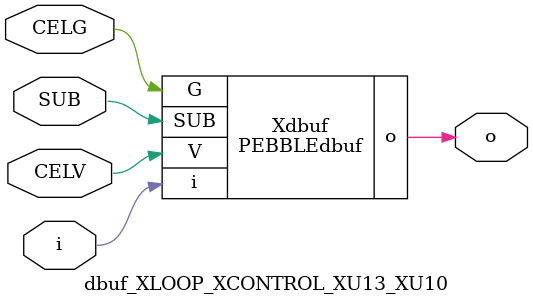
<source format=v>



module PEBBLEdbuf ( o, G, SUB, V, i );

  input V;
  input i;
  input G;
  output o;
  input SUB;
endmodule

//Celera Confidential Do Not Copy dbuf_XLOOP_XCONTROL_XU13_XU10
//Celera Confidential Symbol Generator
//Digital Buffer
module dbuf_XLOOP_XCONTROL_XU13_XU10 (CELV,CELG,i,o,SUB);
input CELV;
input CELG;
input i;
input SUB;
output o;

//Celera Confidential Do Not Copy dbuf
PEBBLEdbuf Xdbuf(
.V (CELV),
.i (i),
.o (o),
.SUB (SUB),
.G (CELG)
);
//,diesize,PEBBLEdbuf

//Celera Confidential Do Not Copy Module End
//Celera Schematic Generator
endmodule

</source>
